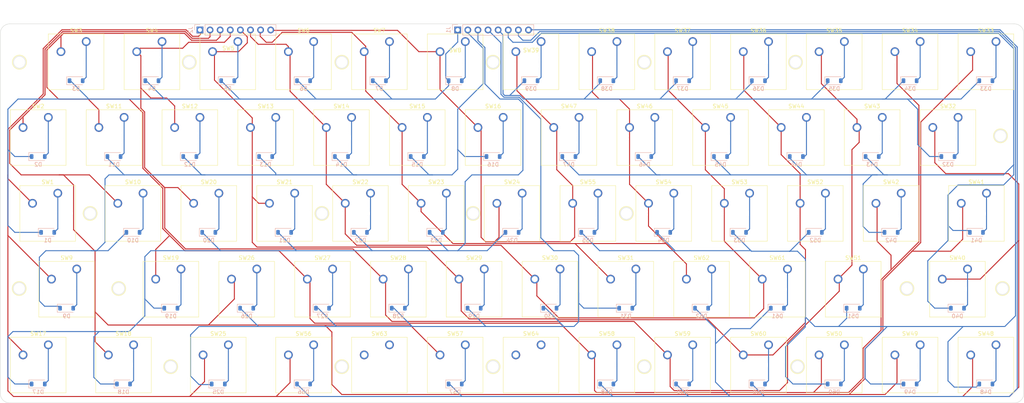
<source format=kicad_pcb>
(kicad_pcb (version 20221018) (generator pcbnew)

  (general
    (thickness 1.6)
  )

  (paper "A3")
  (layers
    (0 "F.Cu" signal)
    (31 "B.Cu" signal)
    (32 "B.Adhes" user "B.Adhesive")
    (33 "F.Adhes" user "F.Adhesive")
    (34 "B.Paste" user)
    (35 "F.Paste" user)
    (36 "B.SilkS" user "B.Silkscreen")
    (37 "F.SilkS" user "F.Silkscreen")
    (38 "B.Mask" user)
    (39 "F.Mask" user)
    (40 "Dwgs.User" user "User.Drawings")
    (41 "Cmts.User" user "User.Comments")
    (42 "Eco1.User" user "User.Eco1")
    (43 "Eco2.User" user "User.Eco2")
    (44 "Edge.Cuts" user)
    (45 "Margin" user)
    (46 "B.CrtYd" user "B.Courtyard")
    (47 "F.CrtYd" user "F.Courtyard")
    (48 "B.Fab" user)
    (49 "F.Fab" user)
    (50 "User.1" user)
    (51 "User.2" user)
    (52 "User.3" user)
    (53 "User.4" user)
    (54 "User.5" user)
    (55 "User.6" user)
    (56 "User.7" user)
    (57 "User.8" user)
    (58 "User.9" user)
  )

  (setup
    (pad_to_mask_clearance 0)
    (aux_axis_origin 83.185 188.11875)
    (grid_origin 83.185 188.11875)
    (pcbplotparams
      (layerselection 0x00010fc_ffffffff)
      (plot_on_all_layers_selection 0x0000000_00000000)
      (disableapertmacros false)
      (usegerberextensions false)
      (usegerberattributes true)
      (usegerberadvancedattributes true)
      (creategerberjobfile true)
      (dashed_line_dash_ratio 12.000000)
      (dashed_line_gap_ratio 3.000000)
      (svgprecision 4)
      (plotframeref false)
      (viasonmask false)
      (mode 1)
      (useauxorigin false)
      (hpglpennumber 1)
      (hpglpenspeed 20)
      (hpglpendiameter 15.000000)
      (dxfpolygonmode true)
      (dxfimperialunits true)
      (dxfusepcbnewfont true)
      (psnegative false)
      (psa4output false)
      (plotreference true)
      (plotvalue true)
      (plotinvisibletext false)
      (sketchpadsonfab false)
      (subtractmaskfromsilk false)
      (outputformat 1)
      (mirror false)
      (drillshape 1)
      (scaleselection 1)
      (outputdirectory "")
    )
  )

  (net 0 "")
  (net 1 "Net-(D1-K)")
  (net 2 "Net-(D1-A)")
  (net 3 "Net-(D10-A)")
  (net 4 "Net-(D10-K)")
  (net 5 "Net-(D17-K)")
  (net 6 "Net-(D17-A)")
  (net 7 "Net-(D25-K)")
  (net 8 "Net-(D25-A)")
  (net 9 "Net-(D32-K)")
  (net 10 "Net-(D33-A)")
  (net 11 "Net-(D40-K)")
  (net 12 "Net-(D41-A)")
  (net 13 "Net-(D48-K)")
  (net 14 "Net-(D49-A)")
  (net 15 "Net-(D56-K)")
  (net 16 "Net-(D56-A)")
  (net 17 "Net-(J2-Pin_1)")
  (net 18 "Net-(J2-Pin_2)")
  (net 19 "Net-(J2-Pin_3)")
  (net 20 "Net-(J2-Pin_4)")
  (net 21 "Net-(J2-Pin_5)")
  (net 22 "Net-(J2-Pin_6)")
  (net 23 "Net-(J2-Pin_7)")
  (net 24 "Net-(J2-Pin_8)")
  (net 25 "unconnected-(SW63-Pad1)")
  (net 26 "unconnected-(SW63-Pad2)")
  (net 27 "unconnected-(SW64-Pad1)")
  (net 28 "unconnected-(SW64-Pad2)")
  (net 29 "Net-(D2-A)")
  (net 30 "Net-(D3-A)")
  (net 31 "Net-(D4-A)")
  (net 32 "Net-(D5-A)")
  (net 33 "Net-(D6-A)")
  (net 34 "Net-(D7-A)")
  (net 35 "Net-(D8-A)")
  (net 36 "Net-(D9-A)")
  (net 37 "Net-(D11-A)")
  (net 38 "Net-(D12-A)")
  (net 39 "Net-(D13-A)")
  (net 40 "Net-(D14-A)")
  (net 41 "Net-(D15-A)")
  (net 42 "Net-(D16-A)")
  (net 43 "Net-(D18-A)")
  (net 44 "Net-(D19-A)")
  (net 45 "Net-(D20-A)")
  (net 46 "Net-(D21-A)")
  (net 47 "Net-(D22-A)")
  (net 48 "Net-(D23-A)")
  (net 49 "Net-(D24-A)")
  (net 50 "Net-(D26-A)")
  (net 51 "Net-(D27-A)")
  (net 52 "Net-(D28-A)")
  (net 53 "Net-(D29-A)")
  (net 54 "Net-(D30-A)")
  (net 55 "Net-(D31-A)")
  (net 56 "Net-(D32-A)")
  (net 57 "Net-(D34-A)")
  (net 58 "Net-(D35-A)")
  (net 59 "Net-(D36-A)")
  (net 60 "Net-(D37-A)")
  (net 61 "Net-(D38-A)")
  (net 62 "Net-(D39-A)")
  (net 63 "Net-(D40-A)")
  (net 64 "Net-(D42-A)")
  (net 65 "Net-(D43-A)")
  (net 66 "Net-(D44-A)")
  (net 67 "Net-(D45-A)")
  (net 68 "Net-(D46-A)")
  (net 69 "Net-(D47-A)")
  (net 70 "Net-(D48-A)")
  (net 71 "Net-(D50-A)")
  (net 72 "Net-(D51-A)")
  (net 73 "Net-(D52-A)")
  (net 74 "Net-(D53-A)")
  (net 75 "Net-(D54-A)")
  (net 76 "Net-(D55-A)")
  (net 77 "Net-(D57-A)")
  (net 78 "Net-(D58-A)")
  (net 79 "Net-(D59-A)")
  (net 80 "Net-(D60-A)")
  (net 81 "Net-(D61-A)")
  (net 82 "Net-(D62-A)")

  (footprint "Button_Switch_Keyboard:SW_Cherry_MX_1.00u_PCB" (layer "F.Cu") (at 285.75 116.36375))

  (footprint "Button_Switch_Keyboard:SW_Cherry_MX_1.00u_PCB" (layer "F.Cu") (at 261.9375 154.46375))

  (footprint "Button_Switch_Keyboard:SW_Cherry_MX_1.00u_PCB" (layer "F.Cu") (at 114.3 116.36375))

  (footprint "Button_Switch_Keyboard:SW_Cherry_MX_1.00u_PCB" (layer "F.Cu") (at 252.4125 135.41375))

  (footprint "Button_Switch_Keyboard:SW_Cherry_MX_1.25u_PCB" (layer "F.Cu") (at 140.49375 173.51375))

  (footprint "Button_Switch_Keyboard:SW_Cherry_MX_1.00u_PCB" (layer "F.Cu") (at 276.225 173.51375))

  (footprint "Button_Switch_Keyboard:SW_Cherry_MX_1.00u_PCB" (layer "F.Cu") (at 257.175 97.31375))

  (footprint "Button_Switch_Keyboard:SW_Cherry_MX_1.00u_PCB" (layer "F.Cu") (at 214.3125 135.41375))

  (footprint "Button_Switch_Keyboard:SW_Cherry_MX_1.00u_PCB" (layer "F.Cu") (at 180.975 97.31375))

  (footprint "Button_Switch_Keyboard:SW_Cherry_MX_1.00u_PCB" (layer "F.Cu") (at 200.025 173.51375))

  (footprint "Button_Switch_Keyboard:SW_Cherry_MX_1.00u_PCB" (layer "F.Cu") (at 200.025 97.31375))

  (footprint "Button_Switch_Keyboard:SW_Cherry_MX_1.00u_PCB" (layer "F.Cu") (at 233.3625 135.41375))

  (footprint "Button_Switch_Keyboard:SW_Cherry_MX_1.00u_PCB" (layer "F.Cu") (at 304.8 116.36375))

  (footprint "Button_Switch_Keyboard:SW_Cherry_MX_1.00u_PCB" (layer "F.Cu") (at 95.25 116.36375))

  (footprint "Button_Switch_Keyboard:SW_Cherry_MX_1.00u_PCB" (layer "F.Cu") (at 295.275 97.31375))

  (footprint "Button_Switch_Keyboard:SW_Cherry_MX_1.00u_PCB" (layer "F.Cu") (at 147.6375 154.46375))

  (footprint "Button_Switch_Keyboard:SW_Cherry_MX_1.00u_PCB" (layer "F.Cu") (at 152.4 116.36375))

  (footprint "Button_Switch_Keyboard:SW_Cherry_MX_1.00u_PCB" (layer "F.Cu") (at 290.5125 135.41375))

  (footprint "Button_Switch_Keyboard:SW_Cherry_MX_1.00u_PCB" (layer "F.Cu") (at 119.0625 135.41375))

  (footprint "Button_Switch_Keyboard:SW_Cherry_MX_1.00u_PCB" (layer "F.Cu") (at 142.875 97.31375))

  (footprint "Button_Switch_Keyboard:SW_Cherry_MX_1.00u_PCB" (layer "F.Cu") (at 276.225 97.31375))

  (footprint "Button_Switch_Keyboard:SW_Cherry_MX_1.00u_PCB" (layer "F.Cu") (at 323.85 116.36375))

  (footprint "Button_Switch_Keyboard:SW_Cherry_MX_1.00u_PCB" (layer "F.Cu") (at 309.5625 135.41375))

  (footprint "Button_Switch_Keyboard:SW_Cherry_MX_1.00u_PCB" (layer "F.Cu") (at 185.7375 154.46375))

  (footprint "Button_Switch_Keyboard:SW_Cherry_MX_1.25u_PCB" (layer "F.Cu") (at 97.63125 135.41375))

  (footprint "Button_Switch_Keyboard:SW_Cherry_MX_1.00u_PCB" (layer "F.Cu") (at 219.075 173.51375))

  (footprint "Button_Switch_Keyboard:SW_Cherry_MX_1.00u_PCB" (layer "F.Cu") (at 280.9875 154.46375))

  (footprint "Button_Switch_Keyboard:SW_Cherry_MX_1.00u_PCB" (layer "F.Cu") (at 204.7875 154.46375))

  (footprint "Button_Switch_Keyboard:SW_Cherry_MX_1.00u_PCB" (layer "F.Cu") (at 300.0375 154.46375))

  (footprint "Button_Switch_Keyboard:SW_Cherry_MX_1.00u_PCB" (layer "F.Cu") (at 247.65 116.36375))

  (footprint "Button_Switch_Keyboard:SW_Cherry_MX_1.00u_PCB" (layer "F.Cu") (at 257.175 173.51375))

  (footprint "Button_Switch_Keyboard:SW_Cherry_MX_1.00u_PCB" (layer "F.Cu") (at 133.35 116.36375))

  (footprint "Button_Switch_Keyboard:SW_Cherry_MX_1.00u_PCB" (layer "F.Cu") (at 161.925 173.51375))

  (footprint "Button_Switch_Keyboard:SW_Cherry_MX_1.00u_PCB" (layer "F.Cu") (at 209.55 116.36375))

  (footprint "Button_Switch_Keyboard:SW_Cherry_MX_1.00u_PCB" (layer "F.Cu") (at 95.25 173.51375))

  (footprint "Button_Switch_Keyboard:SW_Cherry_MX_1.25u_PCB" (layer "F.Cu") (at 330.99375 135.41375))

  (footprint "Button_Switch_Keyboard:SW_Cherry_MX_1.00u_PCB" (layer "F.Cu") (at 128.5875 154.46375))

  (footprint "Button_Switch_Keyboard:SW_Cherry_MX_1.00u_PCB" (layer "F.Cu") (at 333.375 173.51375))

  (footprint "Button_Switch_Keyboard:SW_Cherry_MX_1.00u_PCB" (layer "F.Cu") (at 238.125 97.31375))

  (footprint "Button_Switch_Keyboard:SW_Cherry_MX_1.00u_PCB" (layer "F.Cu") (at 223.8375 154.46375))

  (footprint "Button_Switch_Keyboard:SW_Cherry_MX_1.00u_PCB" (layer "F.Cu") (at 219.075 97.31375))

  (footprint "Button_Switch_Keyboard:SW_Cherry_MX_1.00u_PCB" (layer "F.Cu")
    (tstamp a29d0987-fc1b-479e-89c1-4957eae3384f)
    (at 271.4625 135.41375)
    (descr "Cherry MX keyswitch, 1.00u, PCB mount, http://cherryamericas.com/wp-content/uploads/2014/12/mx_cat.pdf")
    (tags "Cherry MX keyswitch 1.00u PCB")
    (property "Sheetfile" "xantronix-z32.kicad_sch")
    (property "Sheetname" "")
    (property "ki_description" "Push button switch, generic, two pins")
    (property "ki_keywords" "switch normally-open pushbutton push-button")
    (path "/e818bc00-1e8f-44e3-b9f4-0bae43ab4fb8")
    (attr through_hole)
    (fp_text reference "SW53" (at -2.54 -2.794) (layer "F.SilkS")
        (effects (font (size 1 1) (thickness 0.15)))
      (tstamp cb3cf7f9-8c81-468e-8413-26def3be3526)
    )
    (fp_text value "SW_Push" (at -2.54 12.954) (layer "F.Fab")
        (effects (font (size 1 1) (thickness 0.15)))
      (tstamp 5182fbc3-0c7b-453c-aafd-532198d8e30e)
    )
    (fp_text user "${REFERENCE}" (at -2.54 -2.794) (layer "F.Fab")
        (effects (font (size 1 1) (thickness 0.15)))
      (tstamp 68a1dcc7-8161-4f6b-9b42-7c6638961b1c)
    )
    (fp_line (start -9.525 -1.905) (end 4.445 -1.905)
      (stroke (width 0.12) (type solid)) (layer "F.SilkS") (tstamp 08667e8a-8c72-429f-b2e6-5db12ca88ec3))
    (fp_line (start -9.525 12.065) (end -9.525 -1.905)
      (stroke (width 0.12) (type solid)) (layer "F.SilkS") (tstamp 0c747d89-b9cd-4ce8-9ab2-10088c866c2a))
    (fp_line (start 4.445 -1.905) (end 4.445 12.065)
      (stroke (width 0.12) (type solid)) (layer "F.SilkS") (tstamp f19d8e3e-1608-4cbf-9820-4000cc5e77a2))
    (fp_line (start 4.445 12.065) (end -9.525 12.065)
      (stroke (width 0.12) (type solid)) (layer "F.SilkS") (tstamp 4c4f0c93-87ab-4c00-841e-6a65574447aa))
    (fp_line (start -12.065 -4.445) (end 6.985 -4.445)
      (stroke (width 0.15) (type solid)) (layer "Dwgs.User") (tstamp e7e1ea46-d40c-432d-9e55-5a9b96b52741))
    (fp_line (start -12.065 14.605) (end -12.065 -4.445)
      (stroke (width 0.15) (type solid)) (layer "Dwgs.User") (tstamp 8db66b3b-fa37-4c8f-aaa0-111a725d8bc4))
    (fp_line (start 6.985 -4.445) (end 6.985 14.605)
      (stroke (width 0.15) (type solid)) (layer "Dwgs.User") (tstamp b1ad30f7-8a1d-476a-a2c5-5037a5d7450c))
    (fp_line (start 6.985 14.605) (end -12.065 14.605)
      (stroke (width 0.15) (type solid)) (layer "Dwgs.User") (tstamp 4924eca8-f13b-43e7-a3d0-2f8a8208b8df))
    (fp_line (start -9.14 -1.52) (end 4.06 -1.52)
  
... [489594 chars truncated]
</source>
